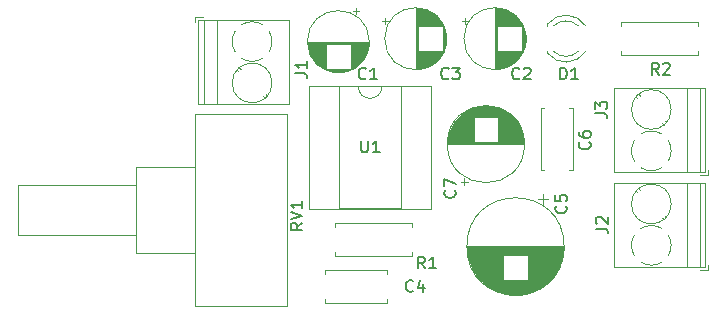
<source format=gbr>
%TF.GenerationSoftware,KiCad,Pcbnew,8.0.4*%
%TF.CreationDate,2024-08-29T23:22:00+05:30*%
%TF.ProjectId,LM386 Amp,4c4d3338-3620-4416-9d70-2e6b69636164,rev?*%
%TF.SameCoordinates,Original*%
%TF.FileFunction,Legend,Top*%
%TF.FilePolarity,Positive*%
%FSLAX46Y46*%
G04 Gerber Fmt 4.6, Leading zero omitted, Abs format (unit mm)*
G04 Created by KiCad (PCBNEW 8.0.4) date 2024-08-29 23:22:00*
%MOMM*%
%LPD*%
G01*
G04 APERTURE LIST*
%ADD10C,0.150000*%
%ADD11C,0.120000*%
G04 APERTURE END LIST*
D10*
X159454819Y-142595238D02*
X158978628Y-142928571D01*
X159454819Y-143166666D02*
X158454819Y-143166666D01*
X158454819Y-143166666D02*
X158454819Y-142785714D01*
X158454819Y-142785714D02*
X158502438Y-142690476D01*
X158502438Y-142690476D02*
X158550057Y-142642857D01*
X158550057Y-142642857D02*
X158645295Y-142595238D01*
X158645295Y-142595238D02*
X158788152Y-142595238D01*
X158788152Y-142595238D02*
X158883390Y-142642857D01*
X158883390Y-142642857D02*
X158931009Y-142690476D01*
X158931009Y-142690476D02*
X158978628Y-142785714D01*
X158978628Y-142785714D02*
X158978628Y-143166666D01*
X158454819Y-142309523D02*
X159454819Y-141976190D01*
X159454819Y-141976190D02*
X158454819Y-141642857D01*
X159454819Y-140785714D02*
X159454819Y-141357142D01*
X159454819Y-141071428D02*
X158454819Y-141071428D01*
X158454819Y-141071428D02*
X158597676Y-141166666D01*
X158597676Y-141166666D02*
X158692914Y-141261904D01*
X158692914Y-141261904D02*
X158740533Y-141357142D01*
X181261905Y-130454819D02*
X181261905Y-129454819D01*
X181261905Y-129454819D02*
X181500000Y-129454819D01*
X181500000Y-129454819D02*
X181642857Y-129502438D01*
X181642857Y-129502438D02*
X181738095Y-129597676D01*
X181738095Y-129597676D02*
X181785714Y-129692914D01*
X181785714Y-129692914D02*
X181833333Y-129883390D01*
X181833333Y-129883390D02*
X181833333Y-130026247D01*
X181833333Y-130026247D02*
X181785714Y-130216723D01*
X181785714Y-130216723D02*
X181738095Y-130311961D01*
X181738095Y-130311961D02*
X181642857Y-130407200D01*
X181642857Y-130407200D02*
X181500000Y-130454819D01*
X181500000Y-130454819D02*
X181261905Y-130454819D01*
X182785714Y-130454819D02*
X182214286Y-130454819D01*
X182500000Y-130454819D02*
X182500000Y-129454819D01*
X182500000Y-129454819D02*
X182404762Y-129597676D01*
X182404762Y-129597676D02*
X182309524Y-129692914D01*
X182309524Y-129692914D02*
X182214286Y-129740533D01*
X177833333Y-130359580D02*
X177785714Y-130407200D01*
X177785714Y-130407200D02*
X177642857Y-130454819D01*
X177642857Y-130454819D02*
X177547619Y-130454819D01*
X177547619Y-130454819D02*
X177404762Y-130407200D01*
X177404762Y-130407200D02*
X177309524Y-130311961D01*
X177309524Y-130311961D02*
X177261905Y-130216723D01*
X177261905Y-130216723D02*
X177214286Y-130026247D01*
X177214286Y-130026247D02*
X177214286Y-129883390D01*
X177214286Y-129883390D02*
X177261905Y-129692914D01*
X177261905Y-129692914D02*
X177309524Y-129597676D01*
X177309524Y-129597676D02*
X177404762Y-129502438D01*
X177404762Y-129502438D02*
X177547619Y-129454819D01*
X177547619Y-129454819D02*
X177642857Y-129454819D01*
X177642857Y-129454819D02*
X177785714Y-129502438D01*
X177785714Y-129502438D02*
X177833333Y-129550057D01*
X178214286Y-129550057D02*
X178261905Y-129502438D01*
X178261905Y-129502438D02*
X178357143Y-129454819D01*
X178357143Y-129454819D02*
X178595238Y-129454819D01*
X178595238Y-129454819D02*
X178690476Y-129502438D01*
X178690476Y-129502438D02*
X178738095Y-129550057D01*
X178738095Y-129550057D02*
X178785714Y-129645295D01*
X178785714Y-129645295D02*
X178785714Y-129740533D01*
X178785714Y-129740533D02*
X178738095Y-129883390D01*
X178738095Y-129883390D02*
X178166667Y-130454819D01*
X178166667Y-130454819D02*
X178785714Y-130454819D01*
X158854819Y-129933333D02*
X159569104Y-129933333D01*
X159569104Y-129933333D02*
X159711961Y-129980952D01*
X159711961Y-129980952D02*
X159807200Y-130076190D01*
X159807200Y-130076190D02*
X159854819Y-130219047D01*
X159854819Y-130219047D02*
X159854819Y-130314285D01*
X159854819Y-128933333D02*
X159854819Y-129504761D01*
X159854819Y-129219047D02*
X158854819Y-129219047D01*
X158854819Y-129219047D02*
X158997676Y-129314285D01*
X158997676Y-129314285D02*
X159092914Y-129409523D01*
X159092914Y-129409523D02*
X159140533Y-129504761D01*
X184254819Y-133333333D02*
X184969104Y-133333333D01*
X184969104Y-133333333D02*
X185111961Y-133380952D01*
X185111961Y-133380952D02*
X185207200Y-133476190D01*
X185207200Y-133476190D02*
X185254819Y-133619047D01*
X185254819Y-133619047D02*
X185254819Y-133714285D01*
X184254819Y-132952380D02*
X184254819Y-132333333D01*
X184254819Y-132333333D02*
X184635771Y-132666666D01*
X184635771Y-132666666D02*
X184635771Y-132523809D01*
X184635771Y-132523809D02*
X184683390Y-132428571D01*
X184683390Y-132428571D02*
X184731009Y-132380952D01*
X184731009Y-132380952D02*
X184826247Y-132333333D01*
X184826247Y-132333333D02*
X185064342Y-132333333D01*
X185064342Y-132333333D02*
X185159580Y-132380952D01*
X185159580Y-132380952D02*
X185207200Y-132428571D01*
X185207200Y-132428571D02*
X185254819Y-132523809D01*
X185254819Y-132523809D02*
X185254819Y-132809523D01*
X185254819Y-132809523D02*
X185207200Y-132904761D01*
X185207200Y-132904761D02*
X185159580Y-132952380D01*
X164418095Y-135634819D02*
X164418095Y-136444342D01*
X164418095Y-136444342D02*
X164465714Y-136539580D01*
X164465714Y-136539580D02*
X164513333Y-136587200D01*
X164513333Y-136587200D02*
X164608571Y-136634819D01*
X164608571Y-136634819D02*
X164799047Y-136634819D01*
X164799047Y-136634819D02*
X164894285Y-136587200D01*
X164894285Y-136587200D02*
X164941904Y-136539580D01*
X164941904Y-136539580D02*
X164989523Y-136444342D01*
X164989523Y-136444342D02*
X164989523Y-135634819D01*
X165989523Y-136634819D02*
X165418095Y-136634819D01*
X165703809Y-136634819D02*
X165703809Y-135634819D01*
X165703809Y-135634819D02*
X165608571Y-135777676D01*
X165608571Y-135777676D02*
X165513333Y-135872914D01*
X165513333Y-135872914D02*
X165418095Y-135920533D01*
X184294819Y-143083333D02*
X185009104Y-143083333D01*
X185009104Y-143083333D02*
X185151961Y-143130952D01*
X185151961Y-143130952D02*
X185247200Y-143226190D01*
X185247200Y-143226190D02*
X185294819Y-143369047D01*
X185294819Y-143369047D02*
X185294819Y-143464285D01*
X184390057Y-142654761D02*
X184342438Y-142607142D01*
X184342438Y-142607142D02*
X184294819Y-142511904D01*
X184294819Y-142511904D02*
X184294819Y-142273809D01*
X184294819Y-142273809D02*
X184342438Y-142178571D01*
X184342438Y-142178571D02*
X184390057Y-142130952D01*
X184390057Y-142130952D02*
X184485295Y-142083333D01*
X184485295Y-142083333D02*
X184580533Y-142083333D01*
X184580533Y-142083333D02*
X184723390Y-142130952D01*
X184723390Y-142130952D02*
X185294819Y-142702380D01*
X185294819Y-142702380D02*
X185294819Y-142083333D01*
X169833333Y-146454819D02*
X169500000Y-145978628D01*
X169261905Y-146454819D02*
X169261905Y-145454819D01*
X169261905Y-145454819D02*
X169642857Y-145454819D01*
X169642857Y-145454819D02*
X169738095Y-145502438D01*
X169738095Y-145502438D02*
X169785714Y-145550057D01*
X169785714Y-145550057D02*
X169833333Y-145645295D01*
X169833333Y-145645295D02*
X169833333Y-145788152D01*
X169833333Y-145788152D02*
X169785714Y-145883390D01*
X169785714Y-145883390D02*
X169738095Y-145931009D01*
X169738095Y-145931009D02*
X169642857Y-145978628D01*
X169642857Y-145978628D02*
X169261905Y-145978628D01*
X170785714Y-146454819D02*
X170214286Y-146454819D01*
X170500000Y-146454819D02*
X170500000Y-145454819D01*
X170500000Y-145454819D02*
X170404762Y-145597676D01*
X170404762Y-145597676D02*
X170309524Y-145692914D01*
X170309524Y-145692914D02*
X170214286Y-145740533D01*
X172359580Y-139849046D02*
X172407200Y-139896665D01*
X172407200Y-139896665D02*
X172454819Y-140039522D01*
X172454819Y-140039522D02*
X172454819Y-140134760D01*
X172454819Y-140134760D02*
X172407200Y-140277617D01*
X172407200Y-140277617D02*
X172311961Y-140372855D01*
X172311961Y-140372855D02*
X172216723Y-140420474D01*
X172216723Y-140420474D02*
X172026247Y-140468093D01*
X172026247Y-140468093D02*
X171883390Y-140468093D01*
X171883390Y-140468093D02*
X171692914Y-140420474D01*
X171692914Y-140420474D02*
X171597676Y-140372855D01*
X171597676Y-140372855D02*
X171502438Y-140277617D01*
X171502438Y-140277617D02*
X171454819Y-140134760D01*
X171454819Y-140134760D02*
X171454819Y-140039522D01*
X171454819Y-140039522D02*
X171502438Y-139896665D01*
X171502438Y-139896665D02*
X171550057Y-139849046D01*
X171454819Y-139515712D02*
X171454819Y-138849046D01*
X171454819Y-138849046D02*
X172454819Y-139277617D01*
X168833333Y-148359580D02*
X168785714Y-148407200D01*
X168785714Y-148407200D02*
X168642857Y-148454819D01*
X168642857Y-148454819D02*
X168547619Y-148454819D01*
X168547619Y-148454819D02*
X168404762Y-148407200D01*
X168404762Y-148407200D02*
X168309524Y-148311961D01*
X168309524Y-148311961D02*
X168261905Y-148216723D01*
X168261905Y-148216723D02*
X168214286Y-148026247D01*
X168214286Y-148026247D02*
X168214286Y-147883390D01*
X168214286Y-147883390D02*
X168261905Y-147692914D01*
X168261905Y-147692914D02*
X168309524Y-147597676D01*
X168309524Y-147597676D02*
X168404762Y-147502438D01*
X168404762Y-147502438D02*
X168547619Y-147454819D01*
X168547619Y-147454819D02*
X168642857Y-147454819D01*
X168642857Y-147454819D02*
X168785714Y-147502438D01*
X168785714Y-147502438D02*
X168833333Y-147550057D01*
X169690476Y-147788152D02*
X169690476Y-148454819D01*
X169452381Y-147407200D02*
X169214286Y-148121485D01*
X169214286Y-148121485D02*
X169833333Y-148121485D01*
X189633333Y-130054819D02*
X189300000Y-129578628D01*
X189061905Y-130054819D02*
X189061905Y-129054819D01*
X189061905Y-129054819D02*
X189442857Y-129054819D01*
X189442857Y-129054819D02*
X189538095Y-129102438D01*
X189538095Y-129102438D02*
X189585714Y-129150057D01*
X189585714Y-129150057D02*
X189633333Y-129245295D01*
X189633333Y-129245295D02*
X189633333Y-129388152D01*
X189633333Y-129388152D02*
X189585714Y-129483390D01*
X189585714Y-129483390D02*
X189538095Y-129531009D01*
X189538095Y-129531009D02*
X189442857Y-129578628D01*
X189442857Y-129578628D02*
X189061905Y-129578628D01*
X190014286Y-129150057D02*
X190061905Y-129102438D01*
X190061905Y-129102438D02*
X190157143Y-129054819D01*
X190157143Y-129054819D02*
X190395238Y-129054819D01*
X190395238Y-129054819D02*
X190490476Y-129102438D01*
X190490476Y-129102438D02*
X190538095Y-129150057D01*
X190538095Y-129150057D02*
X190585714Y-129245295D01*
X190585714Y-129245295D02*
X190585714Y-129340533D01*
X190585714Y-129340533D02*
X190538095Y-129483390D01*
X190538095Y-129483390D02*
X189966667Y-130054819D01*
X189966667Y-130054819D02*
X190585714Y-130054819D01*
X183759580Y-135766666D02*
X183807200Y-135814285D01*
X183807200Y-135814285D02*
X183854819Y-135957142D01*
X183854819Y-135957142D02*
X183854819Y-136052380D01*
X183854819Y-136052380D02*
X183807200Y-136195237D01*
X183807200Y-136195237D02*
X183711961Y-136290475D01*
X183711961Y-136290475D02*
X183616723Y-136338094D01*
X183616723Y-136338094D02*
X183426247Y-136385713D01*
X183426247Y-136385713D02*
X183283390Y-136385713D01*
X183283390Y-136385713D02*
X183092914Y-136338094D01*
X183092914Y-136338094D02*
X182997676Y-136290475D01*
X182997676Y-136290475D02*
X182902438Y-136195237D01*
X182902438Y-136195237D02*
X182854819Y-136052380D01*
X182854819Y-136052380D02*
X182854819Y-135957142D01*
X182854819Y-135957142D02*
X182902438Y-135814285D01*
X182902438Y-135814285D02*
X182950057Y-135766666D01*
X182854819Y-134909523D02*
X182854819Y-135099999D01*
X182854819Y-135099999D02*
X182902438Y-135195237D01*
X182902438Y-135195237D02*
X182950057Y-135242856D01*
X182950057Y-135242856D02*
X183092914Y-135338094D01*
X183092914Y-135338094D02*
X183283390Y-135385713D01*
X183283390Y-135385713D02*
X183664342Y-135385713D01*
X183664342Y-135385713D02*
X183759580Y-135338094D01*
X183759580Y-135338094D02*
X183807200Y-135290475D01*
X183807200Y-135290475D02*
X183854819Y-135195237D01*
X183854819Y-135195237D02*
X183854819Y-135004761D01*
X183854819Y-135004761D02*
X183807200Y-134909523D01*
X183807200Y-134909523D02*
X183759580Y-134861904D01*
X183759580Y-134861904D02*
X183664342Y-134814285D01*
X183664342Y-134814285D02*
X183426247Y-134814285D01*
X183426247Y-134814285D02*
X183331009Y-134861904D01*
X183331009Y-134861904D02*
X183283390Y-134909523D01*
X183283390Y-134909523D02*
X183235771Y-135004761D01*
X183235771Y-135004761D02*
X183235771Y-135195237D01*
X183235771Y-135195237D02*
X183283390Y-135290475D01*
X183283390Y-135290475D02*
X183331009Y-135338094D01*
X183331009Y-135338094D02*
X183426247Y-135385713D01*
X164833333Y-130359580D02*
X164785714Y-130407200D01*
X164785714Y-130407200D02*
X164642857Y-130454819D01*
X164642857Y-130454819D02*
X164547619Y-130454819D01*
X164547619Y-130454819D02*
X164404762Y-130407200D01*
X164404762Y-130407200D02*
X164309524Y-130311961D01*
X164309524Y-130311961D02*
X164261905Y-130216723D01*
X164261905Y-130216723D02*
X164214286Y-130026247D01*
X164214286Y-130026247D02*
X164214286Y-129883390D01*
X164214286Y-129883390D02*
X164261905Y-129692914D01*
X164261905Y-129692914D02*
X164309524Y-129597676D01*
X164309524Y-129597676D02*
X164404762Y-129502438D01*
X164404762Y-129502438D02*
X164547619Y-129454819D01*
X164547619Y-129454819D02*
X164642857Y-129454819D01*
X164642857Y-129454819D02*
X164785714Y-129502438D01*
X164785714Y-129502438D02*
X164833333Y-129550057D01*
X165785714Y-130454819D02*
X165214286Y-130454819D01*
X165500000Y-130454819D02*
X165500000Y-129454819D01*
X165500000Y-129454819D02*
X165404762Y-129597676D01*
X165404762Y-129597676D02*
X165309524Y-129692914D01*
X165309524Y-129692914D02*
X165214286Y-129740533D01*
X171833333Y-130359580D02*
X171785714Y-130407200D01*
X171785714Y-130407200D02*
X171642857Y-130454819D01*
X171642857Y-130454819D02*
X171547619Y-130454819D01*
X171547619Y-130454819D02*
X171404762Y-130407200D01*
X171404762Y-130407200D02*
X171309524Y-130311961D01*
X171309524Y-130311961D02*
X171261905Y-130216723D01*
X171261905Y-130216723D02*
X171214286Y-130026247D01*
X171214286Y-130026247D02*
X171214286Y-129883390D01*
X171214286Y-129883390D02*
X171261905Y-129692914D01*
X171261905Y-129692914D02*
X171309524Y-129597676D01*
X171309524Y-129597676D02*
X171404762Y-129502438D01*
X171404762Y-129502438D02*
X171547619Y-129454819D01*
X171547619Y-129454819D02*
X171642857Y-129454819D01*
X171642857Y-129454819D02*
X171785714Y-129502438D01*
X171785714Y-129502438D02*
X171833333Y-129550057D01*
X172166667Y-129454819D02*
X172785714Y-129454819D01*
X172785714Y-129454819D02*
X172452381Y-129835771D01*
X172452381Y-129835771D02*
X172595238Y-129835771D01*
X172595238Y-129835771D02*
X172690476Y-129883390D01*
X172690476Y-129883390D02*
X172738095Y-129931009D01*
X172738095Y-129931009D02*
X172785714Y-130026247D01*
X172785714Y-130026247D02*
X172785714Y-130264342D01*
X172785714Y-130264342D02*
X172738095Y-130359580D01*
X172738095Y-130359580D02*
X172690476Y-130407200D01*
X172690476Y-130407200D02*
X172595238Y-130454819D01*
X172595238Y-130454819D02*
X172309524Y-130454819D01*
X172309524Y-130454819D02*
X172214286Y-130407200D01*
X172214286Y-130407200D02*
X172166667Y-130359580D01*
X181759580Y-141166666D02*
X181807200Y-141214285D01*
X181807200Y-141214285D02*
X181854819Y-141357142D01*
X181854819Y-141357142D02*
X181854819Y-141452380D01*
X181854819Y-141452380D02*
X181807200Y-141595237D01*
X181807200Y-141595237D02*
X181711961Y-141690475D01*
X181711961Y-141690475D02*
X181616723Y-141738094D01*
X181616723Y-141738094D02*
X181426247Y-141785713D01*
X181426247Y-141785713D02*
X181283390Y-141785713D01*
X181283390Y-141785713D02*
X181092914Y-141738094D01*
X181092914Y-141738094D02*
X180997676Y-141690475D01*
X180997676Y-141690475D02*
X180902438Y-141595237D01*
X180902438Y-141595237D02*
X180854819Y-141452380D01*
X180854819Y-141452380D02*
X180854819Y-141357142D01*
X180854819Y-141357142D02*
X180902438Y-141214285D01*
X180902438Y-141214285D02*
X180950057Y-141166666D01*
X180854819Y-140261904D02*
X180854819Y-140738094D01*
X180854819Y-140738094D02*
X181331009Y-140785713D01*
X181331009Y-140785713D02*
X181283390Y-140738094D01*
X181283390Y-140738094D02*
X181235771Y-140642856D01*
X181235771Y-140642856D02*
X181235771Y-140404761D01*
X181235771Y-140404761D02*
X181283390Y-140309523D01*
X181283390Y-140309523D02*
X181331009Y-140261904D01*
X181331009Y-140261904D02*
X181426247Y-140214285D01*
X181426247Y-140214285D02*
X181664342Y-140214285D01*
X181664342Y-140214285D02*
X181759580Y-140261904D01*
X181759580Y-140261904D02*
X181807200Y-140309523D01*
X181807200Y-140309523D02*
X181854819Y-140404761D01*
X181854819Y-140404761D02*
X181854819Y-140642856D01*
X181854819Y-140642856D02*
X181807200Y-140738094D01*
X181807200Y-140738094D02*
X181759580Y-140785713D01*
D11*
%TO.C,RV1*%
X158120000Y-149620000D02*
X158120000Y-133380000D01*
X158120000Y-149620000D02*
X150380000Y-149620000D01*
X158120000Y-133380000D02*
X150380000Y-133380000D01*
X150380000Y-149620000D02*
X150380000Y-133380000D01*
X150380000Y-145120000D02*
X150380000Y-137880000D01*
X150380000Y-145120000D02*
X145380000Y-145120000D01*
X150380000Y-137880000D02*
X145380000Y-137880000D01*
X145380000Y-145120000D02*
X145380000Y-137880000D01*
X145380000Y-143620000D02*
X145380000Y-139380000D01*
X145380000Y-143620000D02*
X135380000Y-143620000D01*
X145380000Y-139380000D02*
X135380000Y-139380000D01*
X135380000Y-143620000D02*
X135380000Y-139380000D01*
%TO.C,D1*%
X180210000Y-125764000D02*
X180210000Y-125920000D01*
X180210000Y-128080000D02*
X180210000Y-128236000D01*
X180210000Y-125764484D02*
G75*
G02*
X183442335Y-125921392I1560000J-1235516D01*
G01*
X180729039Y-125920000D02*
G75*
G02*
X182811130Y-125920163I1040961J-1080000D01*
G01*
X182811130Y-128079837D02*
G75*
G02*
X180729039Y-128080000I-1041130J1079837D01*
G01*
X183442335Y-128078608D02*
G75*
G02*
X180210000Y-128235516I-1672335J1078608D01*
G01*
%TO.C,C2*%
X172945225Y-125525000D02*
X173445225Y-125525000D01*
X173195225Y-125275000D02*
X173195225Y-125775000D01*
X175750000Y-124420000D02*
X175750000Y-129580000D01*
X175790000Y-124420000D02*
X175790000Y-129580000D01*
X175830000Y-124421000D02*
X175830000Y-129579000D01*
X175870000Y-124422000D02*
X175870000Y-129578000D01*
X175910000Y-124424000D02*
X175910000Y-129576000D01*
X175950000Y-124427000D02*
X175950000Y-129573000D01*
X175990000Y-124431000D02*
X175990000Y-125960000D01*
X175990000Y-128040000D02*
X175990000Y-129569000D01*
X176030000Y-124435000D02*
X176030000Y-125960000D01*
X176030000Y-128040000D02*
X176030000Y-129565000D01*
X176070000Y-124439000D02*
X176070000Y-125960000D01*
X176070000Y-128040000D02*
X176070000Y-129561000D01*
X176110000Y-124444000D02*
X176110000Y-125960000D01*
X176110000Y-128040000D02*
X176110000Y-129556000D01*
X176150000Y-124450000D02*
X176150000Y-125960000D01*
X176150000Y-128040000D02*
X176150000Y-129550000D01*
X176190000Y-124457000D02*
X176190000Y-125960000D01*
X176190000Y-128040000D02*
X176190000Y-129543000D01*
X176230000Y-124464000D02*
X176230000Y-125960000D01*
X176230000Y-128040000D02*
X176230000Y-129536000D01*
X176270000Y-124472000D02*
X176270000Y-125960000D01*
X176270000Y-128040000D02*
X176270000Y-129528000D01*
X176310000Y-124480000D02*
X176310000Y-125960000D01*
X176310000Y-128040000D02*
X176310000Y-129520000D01*
X176350000Y-124489000D02*
X176350000Y-125960000D01*
X176350000Y-128040000D02*
X176350000Y-129511000D01*
X176390000Y-124499000D02*
X176390000Y-125960000D01*
X176390000Y-128040000D02*
X176390000Y-129501000D01*
X176430000Y-124509000D02*
X176430000Y-125960000D01*
X176430000Y-128040000D02*
X176430000Y-129491000D01*
X176471000Y-124520000D02*
X176471000Y-125960000D01*
X176471000Y-128040000D02*
X176471000Y-129480000D01*
X176511000Y-124532000D02*
X176511000Y-125960000D01*
X176511000Y-128040000D02*
X176511000Y-129468000D01*
X176551000Y-124545000D02*
X176551000Y-125960000D01*
X176551000Y-128040000D02*
X176551000Y-129455000D01*
X176591000Y-124558000D02*
X176591000Y-125960000D01*
X176591000Y-128040000D02*
X176591000Y-129442000D01*
X176631000Y-124572000D02*
X176631000Y-125960000D01*
X176631000Y-128040000D02*
X176631000Y-129428000D01*
X176671000Y-124586000D02*
X176671000Y-125960000D01*
X176671000Y-128040000D02*
X176671000Y-129414000D01*
X176711000Y-124602000D02*
X176711000Y-125960000D01*
X176711000Y-128040000D02*
X176711000Y-129398000D01*
X176751000Y-124618000D02*
X176751000Y-125960000D01*
X176751000Y-128040000D02*
X176751000Y-129382000D01*
X176791000Y-124635000D02*
X176791000Y-125960000D01*
X176791000Y-128040000D02*
X176791000Y-129365000D01*
X176831000Y-124652000D02*
X176831000Y-125960000D01*
X176831000Y-128040000D02*
X176831000Y-129348000D01*
X176871000Y-124671000D02*
X176871000Y-125960000D01*
X176871000Y-128040000D02*
X176871000Y-129329000D01*
X176911000Y-124690000D02*
X176911000Y-125960000D01*
X176911000Y-128040000D02*
X176911000Y-129310000D01*
X176951000Y-124710000D02*
X176951000Y-125960000D01*
X176951000Y-128040000D02*
X176951000Y-129290000D01*
X176991000Y-124732000D02*
X176991000Y-125960000D01*
X176991000Y-128040000D02*
X176991000Y-129268000D01*
X177031000Y-124753000D02*
X177031000Y-125960000D01*
X177031000Y-128040000D02*
X177031000Y-129247000D01*
X177071000Y-124776000D02*
X177071000Y-125960000D01*
X177071000Y-128040000D02*
X177071000Y-129224000D01*
X177111000Y-124800000D02*
X177111000Y-125960000D01*
X177111000Y-128040000D02*
X177111000Y-129200000D01*
X177151000Y-124825000D02*
X177151000Y-125960000D01*
X177151000Y-128040000D02*
X177151000Y-129175000D01*
X177191000Y-124851000D02*
X177191000Y-125960000D01*
X177191000Y-128040000D02*
X177191000Y-129149000D01*
X177231000Y-124878000D02*
X177231000Y-125960000D01*
X177231000Y-128040000D02*
X177231000Y-129122000D01*
X177271000Y-124905000D02*
X177271000Y-125960000D01*
X177271000Y-128040000D02*
X177271000Y-129095000D01*
X177311000Y-124935000D02*
X177311000Y-125960000D01*
X177311000Y-128040000D02*
X177311000Y-129065000D01*
X177351000Y-124965000D02*
X177351000Y-125960000D01*
X177351000Y-128040000D02*
X177351000Y-129035000D01*
X177391000Y-124996000D02*
X177391000Y-125960000D01*
X177391000Y-128040000D02*
X177391000Y-129004000D01*
X177431000Y-125029000D02*
X177431000Y-125960000D01*
X177431000Y-128040000D02*
X177431000Y-128971000D01*
X177471000Y-125063000D02*
X177471000Y-125960000D01*
X177471000Y-128040000D02*
X177471000Y-128937000D01*
X177511000Y-125099000D02*
X177511000Y-125960000D01*
X177511000Y-128040000D02*
X177511000Y-128901000D01*
X177551000Y-125136000D02*
X177551000Y-125960000D01*
X177551000Y-128040000D02*
X177551000Y-128864000D01*
X177591000Y-125174000D02*
X177591000Y-125960000D01*
X177591000Y-128040000D02*
X177591000Y-128826000D01*
X177631000Y-125215000D02*
X177631000Y-125960000D01*
X177631000Y-128040000D02*
X177631000Y-128785000D01*
X177671000Y-125257000D02*
X177671000Y-125960000D01*
X177671000Y-128040000D02*
X177671000Y-128743000D01*
X177711000Y-125301000D02*
X177711000Y-125960000D01*
X177711000Y-128040000D02*
X177711000Y-128699000D01*
X177751000Y-125347000D02*
X177751000Y-125960000D01*
X177751000Y-128040000D02*
X177751000Y-128653000D01*
X177791000Y-125395000D02*
X177791000Y-125960000D01*
X177791000Y-128040000D02*
X177791000Y-128605000D01*
X177831000Y-125446000D02*
X177831000Y-125960000D01*
X177831000Y-128040000D02*
X177831000Y-128554000D01*
X177871000Y-125500000D02*
X177871000Y-125960000D01*
X177871000Y-128040000D02*
X177871000Y-128500000D01*
X177911000Y-125557000D02*
X177911000Y-125960000D01*
X177911000Y-128040000D02*
X177911000Y-128443000D01*
X177951000Y-125617000D02*
X177951000Y-125960000D01*
X177951000Y-128040000D02*
X177951000Y-128383000D01*
X177991000Y-125681000D02*
X177991000Y-125960000D01*
X177991000Y-128040000D02*
X177991000Y-128319000D01*
X178031000Y-125749000D02*
X178031000Y-125960000D01*
X178031000Y-128040000D02*
X178031000Y-128251000D01*
X178071000Y-125822000D02*
X178071000Y-128178000D01*
X178111000Y-125902000D02*
X178111000Y-128098000D01*
X178151000Y-125989000D02*
X178151000Y-128011000D01*
X178191000Y-126085000D02*
X178191000Y-127915000D01*
X178231000Y-126195000D02*
X178231000Y-127805000D01*
X178271000Y-126323000D02*
X178271000Y-127677000D01*
X178311000Y-126482000D02*
X178311000Y-127518000D01*
X178351000Y-126716000D02*
X178351000Y-127284000D01*
X178370000Y-127000000D02*
G75*
G02*
X173130000Y-127000000I-2620000J0D01*
G01*
X173130000Y-127000000D02*
G75*
G02*
X178370000Y-127000000I2620000J0D01*
G01*
%TO.C,J1*%
X150400000Y-125200000D02*
X150400000Y-125600000D01*
X150640000Y-125440000D02*
X150640000Y-132560000D01*
X151040000Y-125200000D02*
X150400000Y-125200000D01*
X151100000Y-125440000D02*
X151100000Y-132560000D01*
X152200000Y-125440000D02*
X152200000Y-132560000D01*
X154019000Y-129775000D02*
X153926000Y-129681000D01*
X154259000Y-129605000D02*
X154131000Y-129476000D01*
X156269000Y-132025000D02*
X156141000Y-131896000D01*
X156475000Y-131820000D02*
X156381000Y-131726000D01*
X158360000Y-125440000D02*
X150640000Y-125440000D01*
X158360000Y-125440000D02*
X158360000Y-132560000D01*
X158360000Y-132560000D02*
X150640000Y-132560000D01*
X153519901Y-127278674D02*
G75*
G02*
X153760000Y-126384000I1680113J28671D01*
G01*
X153775279Y-128140264D02*
G75*
G02*
X153520000Y-127250000I1424711J890261D01*
G01*
X154310106Y-125824642D02*
G75*
G02*
X156066000Y-125810000I889894J-1425356D01*
G01*
X156090193Y-128675504D02*
G75*
G02*
X154309000Y-128675000I-890193J1425507D01*
G01*
X156625358Y-126360106D02*
G75*
G02*
X156640000Y-128116000I-1425356J-889894D01*
G01*
X156880000Y-130750000D02*
G75*
G02*
X153520000Y-130750000I-1680000J0D01*
G01*
X153520000Y-130750000D02*
G75*
G02*
X156880000Y-130750000I1680000J0D01*
G01*
%TO.C,J3*%
X185840000Y-131190000D02*
X193560000Y-131190000D01*
X185840000Y-138310000D02*
X185840000Y-131190000D01*
X185840000Y-138310000D02*
X193560000Y-138310000D01*
X187725000Y-131930000D02*
X187819000Y-132024000D01*
X187931000Y-131725000D02*
X188059000Y-131854000D01*
X189941000Y-134145000D02*
X190069000Y-134274000D01*
X190181000Y-133975000D02*
X190274000Y-134069000D01*
X192000000Y-138310000D02*
X192000000Y-131190000D01*
X193100000Y-138310000D02*
X193100000Y-131190000D01*
X193160000Y-138550000D02*
X193800000Y-138550000D01*
X193560000Y-138310000D02*
X193560000Y-131190000D01*
X193800000Y-138550000D02*
X193800000Y-138150000D01*
X187574642Y-137389894D02*
G75*
G02*
X187560000Y-135634000I1425356J889894D01*
G01*
X188109807Y-135074496D02*
G75*
G02*
X189891000Y-135075000I890193J-1425507D01*
G01*
X189889894Y-137925358D02*
G75*
G02*
X188134000Y-137940000I-889894J1425356D01*
G01*
X190424721Y-135609736D02*
G75*
G02*
X190680000Y-136500000I-1424711J-890261D01*
G01*
X190680099Y-136471326D02*
G75*
G02*
X190440000Y-137366000I-1680113J-28671D01*
G01*
X190680000Y-133000000D02*
G75*
G02*
X187320000Y-133000000I-1680000J0D01*
G01*
X187320000Y-133000000D02*
G75*
G02*
X190680000Y-133000000I1680000J0D01*
G01*
%TO.C,U1*%
X160050000Y-130990000D02*
X160050000Y-141390000D01*
X160050000Y-141390000D02*
X170330000Y-141390000D01*
X162540000Y-131050000D02*
X162540000Y-141330000D01*
X162540000Y-141330000D02*
X167840000Y-141330000D01*
X164190000Y-131050000D02*
X162540000Y-131050000D01*
X167840000Y-131050000D02*
X166190000Y-131050000D01*
X167840000Y-141330000D02*
X167840000Y-131050000D01*
X170330000Y-130990000D02*
X160050000Y-130990000D01*
X170330000Y-141390000D02*
X170330000Y-130990000D01*
X166190000Y-131050000D02*
G75*
G02*
X164190000Y-131050000I-1000000J0D01*
G01*
%TO.C,J2*%
X185840000Y-139190000D02*
X193560000Y-139190000D01*
X185840000Y-146310000D02*
X185840000Y-139190000D01*
X185840000Y-146310000D02*
X193560000Y-146310000D01*
X187725000Y-139930000D02*
X187819000Y-140024000D01*
X187931000Y-139725000D02*
X188059000Y-139854000D01*
X189941000Y-142145000D02*
X190069000Y-142274000D01*
X190181000Y-141975000D02*
X190274000Y-142069000D01*
X192000000Y-146310000D02*
X192000000Y-139190000D01*
X193100000Y-146310000D02*
X193100000Y-139190000D01*
X193160000Y-146550000D02*
X193800000Y-146550000D01*
X193560000Y-146310000D02*
X193560000Y-139190000D01*
X193800000Y-146550000D02*
X193800000Y-146150000D01*
X187574642Y-145389894D02*
G75*
G02*
X187560000Y-143634000I1425356J889894D01*
G01*
X188109807Y-143074496D02*
G75*
G02*
X189891000Y-143075000I890193J-1425507D01*
G01*
X189889894Y-145925358D02*
G75*
G02*
X188134000Y-145940000I-889894J1425356D01*
G01*
X190424721Y-143609736D02*
G75*
G02*
X190680000Y-144500000I-1424711J-890261D01*
G01*
X190680099Y-144471326D02*
G75*
G02*
X190440000Y-145366000I-1680113J-28671D01*
G01*
X190680000Y-141000000D02*
G75*
G02*
X187320000Y-141000000I-1680000J0D01*
G01*
X187320000Y-141000000D02*
G75*
G02*
X190680000Y-141000000I1680000J0D01*
G01*
%TO.C,R1*%
X162230000Y-142630000D02*
X162230000Y-142960000D01*
X162230000Y-145370000D02*
X162230000Y-145040000D01*
X168770000Y-142630000D02*
X162230000Y-142630000D01*
X168770000Y-142960000D02*
X168770000Y-142630000D01*
X168770000Y-145040000D02*
X168770000Y-145370000D01*
X168770000Y-145370000D02*
X162230000Y-145370000D01*
%TO.C,C7*%
X171770000Y-135852380D02*
X178230000Y-135852380D01*
X171770000Y-135892380D02*
X178230000Y-135892380D01*
X171770000Y-135932380D02*
X178230000Y-135932380D01*
X171772000Y-135812380D02*
X178228000Y-135812380D01*
X171773000Y-135772380D02*
X178227000Y-135772380D01*
X171776000Y-135732380D02*
X178224000Y-135732380D01*
X171778000Y-135692380D02*
X173960000Y-135692380D01*
X171782000Y-135652380D02*
X173960000Y-135652380D01*
X171785000Y-135612380D02*
X173960000Y-135612380D01*
X171789000Y-135572380D02*
X173960000Y-135572380D01*
X171794000Y-135532380D02*
X173960000Y-135532380D01*
X171799000Y-135492380D02*
X173960000Y-135492380D01*
X171805000Y-135452380D02*
X173960000Y-135452380D01*
X171811000Y-135412380D02*
X173960000Y-135412380D01*
X171818000Y-135372380D02*
X173960000Y-135372380D01*
X171825000Y-135332380D02*
X173960000Y-135332380D01*
X171833000Y-135292380D02*
X173960000Y-135292380D01*
X171841000Y-135252380D02*
X173960000Y-135252380D01*
X171850000Y-135211380D02*
X173960000Y-135211380D01*
X171859000Y-135171380D02*
X173960000Y-135171380D01*
X171869000Y-135131380D02*
X173960000Y-135131380D01*
X171879000Y-135091380D02*
X173960000Y-135091380D01*
X171890000Y-135051380D02*
X173960000Y-135051380D01*
X171902000Y-135011380D02*
X173960000Y-135011380D01*
X171914000Y-134971380D02*
X173960000Y-134971380D01*
X171926000Y-134931380D02*
X173960000Y-134931380D01*
X171939000Y-134891380D02*
X173960000Y-134891380D01*
X171953000Y-134851380D02*
X173960000Y-134851380D01*
X171967000Y-134811380D02*
X173960000Y-134811380D01*
X171982000Y-134771380D02*
X173960000Y-134771380D01*
X171998000Y-134731380D02*
X173960000Y-134731380D01*
X172014000Y-134691380D02*
X173960000Y-134691380D01*
X172030000Y-134651380D02*
X173960000Y-134651380D01*
X172048000Y-134611380D02*
X173960000Y-134611380D01*
X172066000Y-134571380D02*
X173960000Y-134571380D01*
X172084000Y-134531380D02*
X173960000Y-134531380D01*
X172104000Y-134491380D02*
X173960000Y-134491380D01*
X172124000Y-134451380D02*
X173960000Y-134451380D01*
X172144000Y-134411380D02*
X173960000Y-134411380D01*
X172166000Y-134371380D02*
X173960000Y-134371380D01*
X172188000Y-134331380D02*
X173960000Y-134331380D01*
X172210000Y-134291380D02*
X173960000Y-134291380D01*
X172234000Y-134251380D02*
X173960000Y-134251380D01*
X172258000Y-134211380D02*
X173960000Y-134211380D01*
X172284000Y-134171380D02*
X173960000Y-134171380D01*
X172310000Y-134131380D02*
X173960000Y-134131380D01*
X172336000Y-134091380D02*
X173960000Y-134091380D01*
X172364000Y-134051380D02*
X173960000Y-134051380D01*
X172393000Y-134011380D02*
X173960000Y-134011380D01*
X172422000Y-133971380D02*
X173960000Y-133971380D01*
X172452000Y-133931380D02*
X173960000Y-133931380D01*
X172484000Y-133891380D02*
X173960000Y-133891380D01*
X172516000Y-133851380D02*
X173960000Y-133851380D01*
X172550000Y-133811380D02*
X173960000Y-133811380D01*
X172584000Y-133771380D02*
X173960000Y-133771380D01*
X172620000Y-133731380D02*
X173960000Y-133731380D01*
X172657000Y-133691380D02*
X173960000Y-133691380D01*
X172695000Y-133651380D02*
X173960000Y-133651380D01*
X172735000Y-133611380D02*
X177265000Y-133611380D01*
X172776000Y-133571380D02*
X177224000Y-133571380D01*
X172818000Y-133531380D02*
X177182000Y-133531380D01*
X172846000Y-139117621D02*
X173476000Y-139117621D01*
X172863000Y-133491380D02*
X177137000Y-133491380D01*
X172908000Y-133451380D02*
X177092000Y-133451380D01*
X172956000Y-133411380D02*
X177044000Y-133411380D01*
X173005000Y-133371380D02*
X176995000Y-133371380D01*
X173056000Y-133331380D02*
X176944000Y-133331380D01*
X173110000Y-133291380D02*
X176890000Y-133291380D01*
X173161000Y-139432621D02*
X173161000Y-138802621D01*
X173166000Y-133251380D02*
X176834000Y-133251380D01*
X173224000Y-133211380D02*
X176776000Y-133211380D01*
X173286000Y-133171380D02*
X176714000Y-133171380D01*
X173350000Y-133131380D02*
X176650000Y-133131380D01*
X173419000Y-133091380D02*
X176581000Y-133091380D01*
X173491000Y-133051380D02*
X176509000Y-133051380D01*
X173568000Y-133011380D02*
X176432000Y-133011380D01*
X173650000Y-132971380D02*
X176350000Y-132971380D01*
X173738000Y-132931380D02*
X176262000Y-132931380D01*
X173835000Y-132891380D02*
X176165000Y-132891380D01*
X173941000Y-132851380D02*
X176059000Y-132851380D01*
X174060000Y-132811380D02*
X175940000Y-132811380D01*
X174198000Y-132771380D02*
X175802000Y-132771380D01*
X174367000Y-132731380D02*
X175633000Y-132731380D01*
X174598000Y-132691380D02*
X175402000Y-132691380D01*
X176040000Y-133651380D02*
X177305000Y-133651380D01*
X176040000Y-133691380D02*
X177343000Y-133691380D01*
X176040000Y-133731380D02*
X177380000Y-133731380D01*
X176040000Y-133771380D02*
X177416000Y-133771380D01*
X176040000Y-133811380D02*
X177450000Y-133811380D01*
X176040000Y-133851380D02*
X177484000Y-133851380D01*
X176040000Y-133891380D02*
X177516000Y-133891380D01*
X176040000Y-133931380D02*
X177548000Y-133931380D01*
X176040000Y-133971380D02*
X177578000Y-133971380D01*
X176040000Y-134011380D02*
X177607000Y-134011380D01*
X176040000Y-134051380D02*
X177636000Y-134051380D01*
X176040000Y-134091380D02*
X177664000Y-134091380D01*
X176040000Y-134131380D02*
X177690000Y-134131380D01*
X176040000Y-134171380D02*
X177716000Y-134171380D01*
X176040000Y-134211380D02*
X177742000Y-134211380D01*
X176040000Y-134251380D02*
X177766000Y-134251380D01*
X176040000Y-134291380D02*
X177790000Y-134291380D01*
X176040000Y-134331380D02*
X177812000Y-134331380D01*
X176040000Y-134371380D02*
X177834000Y-134371380D01*
X176040000Y-134411380D02*
X177856000Y-134411380D01*
X176040000Y-134451380D02*
X177876000Y-134451380D01*
X176040000Y-134491380D02*
X177896000Y-134491380D01*
X176040000Y-134531380D02*
X177916000Y-134531380D01*
X176040000Y-134571380D02*
X177934000Y-134571380D01*
X176040000Y-134611380D02*
X177952000Y-134611380D01*
X176040000Y-134651380D02*
X177970000Y-134651380D01*
X176040000Y-134691380D02*
X177986000Y-134691380D01*
X176040000Y-134731380D02*
X178002000Y-134731380D01*
X176040000Y-134771380D02*
X178018000Y-134771380D01*
X176040000Y-134811380D02*
X178033000Y-134811380D01*
X176040000Y-134851380D02*
X178047000Y-134851380D01*
X176040000Y-134891380D02*
X178061000Y-134891380D01*
X176040000Y-134931380D02*
X178074000Y-134931380D01*
X176040000Y-134971380D02*
X178086000Y-134971380D01*
X176040000Y-135011380D02*
X178098000Y-135011380D01*
X176040000Y-135051380D02*
X178110000Y-135051380D01*
X176040000Y-135091380D02*
X178121000Y-135091380D01*
X176040000Y-135131380D02*
X178131000Y-135131380D01*
X176040000Y-135171380D02*
X178141000Y-135171380D01*
X176040000Y-135211380D02*
X178150000Y-135211380D01*
X176040000Y-135252380D02*
X178159000Y-135252380D01*
X176040000Y-135292380D02*
X178167000Y-135292380D01*
X176040000Y-135332380D02*
X178175000Y-135332380D01*
X176040000Y-135372380D02*
X178182000Y-135372380D01*
X176040000Y-135412380D02*
X178189000Y-135412380D01*
X176040000Y-135452380D02*
X178195000Y-135452380D01*
X176040000Y-135492380D02*
X178201000Y-135492380D01*
X176040000Y-135532380D02*
X178206000Y-135532380D01*
X176040000Y-135572380D02*
X178211000Y-135572380D01*
X176040000Y-135612380D02*
X178215000Y-135612380D01*
X176040000Y-135652380D02*
X178218000Y-135652380D01*
X176040000Y-135692380D02*
X178222000Y-135692380D01*
X178270000Y-135932380D02*
G75*
G02*
X171730000Y-135932380I-3270000J0D01*
G01*
X171730000Y-135932380D02*
G75*
G02*
X178270000Y-135932380I3270000J0D01*
G01*
%TO.C,C4*%
X161380000Y-146630000D02*
X161380000Y-146945000D01*
X161380000Y-146630000D02*
X166620000Y-146630000D01*
X161380000Y-149055000D02*
X161380000Y-149370000D01*
X161380000Y-149370000D02*
X166620000Y-149370000D01*
X166620000Y-146630000D02*
X166620000Y-146945000D01*
X166620000Y-149055000D02*
X166620000Y-149370000D01*
%TO.C,R2*%
X186420000Y-125630000D02*
X186420000Y-125960000D01*
X186420000Y-128370000D02*
X186420000Y-128040000D01*
X192960000Y-125630000D02*
X186420000Y-125630000D01*
X192960000Y-125960000D02*
X192960000Y-125630000D01*
X192960000Y-128040000D02*
X192960000Y-128370000D01*
X192960000Y-128370000D02*
X186420000Y-128370000D01*
%TO.C,C6*%
X179630000Y-132880000D02*
X179945000Y-132880000D01*
X179630000Y-138120000D02*
X179630000Y-132880000D01*
X179630000Y-138120000D02*
X179945000Y-138120000D01*
X182055000Y-132880000D02*
X182370000Y-132880000D01*
X182055000Y-138120000D02*
X182370000Y-138120000D01*
X182370000Y-138120000D02*
X182370000Y-132880000D01*
%TO.C,C1*%
X161460000Y-127490000D02*
X159931000Y-127490000D01*
X161460000Y-127530000D02*
X159935000Y-127530000D01*
X161460000Y-127570000D02*
X159939000Y-127570000D01*
X161460000Y-127610000D02*
X159944000Y-127610000D01*
X161460000Y-127650000D02*
X159950000Y-127650000D01*
X161460000Y-127690000D02*
X159957000Y-127690000D01*
X161460000Y-127730000D02*
X159964000Y-127730000D01*
X161460000Y-127770000D02*
X159972000Y-127770000D01*
X161460000Y-127810000D02*
X159980000Y-127810000D01*
X161460000Y-127850000D02*
X159989000Y-127850000D01*
X161460000Y-127890000D02*
X159999000Y-127890000D01*
X161460000Y-127930000D02*
X160009000Y-127930000D01*
X161460000Y-127971000D02*
X160020000Y-127971000D01*
X161460000Y-128011000D02*
X160032000Y-128011000D01*
X161460000Y-128051000D02*
X160045000Y-128051000D01*
X161460000Y-128091000D02*
X160058000Y-128091000D01*
X161460000Y-128131000D02*
X160072000Y-128131000D01*
X161460000Y-128171000D02*
X160086000Y-128171000D01*
X161460000Y-128211000D02*
X160102000Y-128211000D01*
X161460000Y-128251000D02*
X160118000Y-128251000D01*
X161460000Y-128291000D02*
X160135000Y-128291000D01*
X161460000Y-128331000D02*
X160152000Y-128331000D01*
X161460000Y-128371000D02*
X160171000Y-128371000D01*
X161460000Y-128411000D02*
X160190000Y-128411000D01*
X161460000Y-128451000D02*
X160210000Y-128451000D01*
X161460000Y-128491000D02*
X160232000Y-128491000D01*
X161460000Y-128531000D02*
X160253000Y-128531000D01*
X161460000Y-128571000D02*
X160276000Y-128571000D01*
X161460000Y-128611000D02*
X160300000Y-128611000D01*
X161460000Y-128651000D02*
X160325000Y-128651000D01*
X161460000Y-128691000D02*
X160351000Y-128691000D01*
X161460000Y-128731000D02*
X160378000Y-128731000D01*
X161460000Y-128771000D02*
X160405000Y-128771000D01*
X161460000Y-128811000D02*
X160435000Y-128811000D01*
X161460000Y-128851000D02*
X160465000Y-128851000D01*
X161460000Y-128891000D02*
X160496000Y-128891000D01*
X161460000Y-128931000D02*
X160529000Y-128931000D01*
X161460000Y-128971000D02*
X160563000Y-128971000D01*
X161460000Y-129011000D02*
X160599000Y-129011000D01*
X161460000Y-129051000D02*
X160636000Y-129051000D01*
X161460000Y-129091000D02*
X160674000Y-129091000D01*
X161460000Y-129131000D02*
X160715000Y-129131000D01*
X161460000Y-129171000D02*
X160757000Y-129171000D01*
X161460000Y-129211000D02*
X160801000Y-129211000D01*
X161460000Y-129251000D02*
X160847000Y-129251000D01*
X161460000Y-129291000D02*
X160895000Y-129291000D01*
X161460000Y-129331000D02*
X160946000Y-129331000D01*
X161460000Y-129371000D02*
X161000000Y-129371000D01*
X161460000Y-129411000D02*
X161057000Y-129411000D01*
X161460000Y-129451000D02*
X161117000Y-129451000D01*
X161460000Y-129491000D02*
X161181000Y-129491000D01*
X161460000Y-129531000D02*
X161249000Y-129531000D01*
X162784000Y-129851000D02*
X162216000Y-129851000D01*
X163018000Y-129811000D02*
X161982000Y-129811000D01*
X163177000Y-129771000D02*
X161823000Y-129771000D01*
X163305000Y-129731000D02*
X161695000Y-129731000D01*
X163415000Y-129691000D02*
X161585000Y-129691000D01*
X163511000Y-129651000D02*
X161489000Y-129651000D01*
X163598000Y-129611000D02*
X161402000Y-129611000D01*
X163678000Y-129571000D02*
X161322000Y-129571000D01*
X163751000Y-129531000D02*
X163540000Y-129531000D01*
X163819000Y-129491000D02*
X163540000Y-129491000D01*
X163883000Y-129451000D02*
X163540000Y-129451000D01*
X163943000Y-129411000D02*
X163540000Y-129411000D01*
X163975000Y-124445225D02*
X163975000Y-124945225D01*
X164000000Y-129371000D02*
X163540000Y-129371000D01*
X164054000Y-129331000D02*
X163540000Y-129331000D01*
X164105000Y-129291000D02*
X163540000Y-129291000D01*
X164153000Y-129251000D02*
X163540000Y-129251000D01*
X164199000Y-129211000D02*
X163540000Y-129211000D01*
X164225000Y-124695225D02*
X163725000Y-124695225D01*
X164243000Y-129171000D02*
X163540000Y-129171000D01*
X164285000Y-129131000D02*
X163540000Y-129131000D01*
X164326000Y-129091000D02*
X163540000Y-129091000D01*
X164364000Y-129051000D02*
X163540000Y-129051000D01*
X164401000Y-129011000D02*
X163540000Y-129011000D01*
X164437000Y-128971000D02*
X163540000Y-128971000D01*
X164471000Y-128931000D02*
X163540000Y-128931000D01*
X164504000Y-128891000D02*
X163540000Y-128891000D01*
X164535000Y-128851000D02*
X163540000Y-128851000D01*
X164565000Y-128811000D02*
X163540000Y-128811000D01*
X164595000Y-128771000D02*
X163540000Y-128771000D01*
X164622000Y-128731000D02*
X163540000Y-128731000D01*
X164649000Y-128691000D02*
X163540000Y-128691000D01*
X164675000Y-128651000D02*
X163540000Y-128651000D01*
X164700000Y-128611000D02*
X163540000Y-128611000D01*
X164724000Y-128571000D02*
X163540000Y-128571000D01*
X164747000Y-128531000D02*
X163540000Y-128531000D01*
X164768000Y-128491000D02*
X163540000Y-128491000D01*
X164790000Y-128451000D02*
X163540000Y-128451000D01*
X164810000Y-128411000D02*
X163540000Y-128411000D01*
X164829000Y-128371000D02*
X163540000Y-128371000D01*
X164848000Y-128331000D02*
X163540000Y-128331000D01*
X164865000Y-128291000D02*
X163540000Y-128291000D01*
X164882000Y-128251000D02*
X163540000Y-128251000D01*
X164898000Y-128211000D02*
X163540000Y-128211000D01*
X164914000Y-128171000D02*
X163540000Y-128171000D01*
X164928000Y-128131000D02*
X163540000Y-128131000D01*
X164942000Y-128091000D02*
X163540000Y-128091000D01*
X164955000Y-128051000D02*
X163540000Y-128051000D01*
X164968000Y-128011000D02*
X163540000Y-128011000D01*
X164980000Y-127971000D02*
X163540000Y-127971000D01*
X164991000Y-127930000D02*
X163540000Y-127930000D01*
X165001000Y-127890000D02*
X163540000Y-127890000D01*
X165011000Y-127850000D02*
X163540000Y-127850000D01*
X165020000Y-127810000D02*
X163540000Y-127810000D01*
X165028000Y-127770000D02*
X163540000Y-127770000D01*
X165036000Y-127730000D02*
X163540000Y-127730000D01*
X165043000Y-127690000D02*
X163540000Y-127690000D01*
X165050000Y-127650000D02*
X163540000Y-127650000D01*
X165056000Y-127610000D02*
X163540000Y-127610000D01*
X165061000Y-127570000D02*
X163540000Y-127570000D01*
X165065000Y-127530000D02*
X163540000Y-127530000D01*
X165069000Y-127490000D02*
X163540000Y-127490000D01*
X165073000Y-127450000D02*
X159927000Y-127450000D01*
X165076000Y-127410000D02*
X159924000Y-127410000D01*
X165078000Y-127370000D02*
X159922000Y-127370000D01*
X165079000Y-127330000D02*
X159921000Y-127330000D01*
X165080000Y-127250000D02*
X159920000Y-127250000D01*
X165080000Y-127290000D02*
X159920000Y-127290000D01*
X165120000Y-127250000D02*
G75*
G02*
X159880000Y-127250000I-2620000J0D01*
G01*
X159880000Y-127250000D02*
G75*
G02*
X165120000Y-127250000I2620000J0D01*
G01*
%TO.C,C3*%
X166240113Y-125525000D02*
X166740113Y-125525000D01*
X166490113Y-125275000D02*
X166490113Y-125775000D01*
X169044888Y-124420000D02*
X169044888Y-129580000D01*
X169084888Y-124420000D02*
X169084888Y-129580000D01*
X169124888Y-124421000D02*
X169124888Y-129579000D01*
X169164888Y-124422000D02*
X169164888Y-129578000D01*
X169204888Y-124424000D02*
X169204888Y-129576000D01*
X169244888Y-124427000D02*
X169244888Y-129573000D01*
X169284888Y-124431000D02*
X169284888Y-125960000D01*
X169284888Y-128040000D02*
X169284888Y-129569000D01*
X169324888Y-124435000D02*
X169324888Y-125960000D01*
X169324888Y-128040000D02*
X169324888Y-129565000D01*
X169364888Y-124439000D02*
X169364888Y-125960000D01*
X169364888Y-128040000D02*
X169364888Y-129561000D01*
X169404888Y-124444000D02*
X169404888Y-125960000D01*
X169404888Y-128040000D02*
X169404888Y-129556000D01*
X169444888Y-124450000D02*
X169444888Y-125960000D01*
X169444888Y-128040000D02*
X169444888Y-129550000D01*
X169484888Y-124457000D02*
X169484888Y-125960000D01*
X169484888Y-128040000D02*
X169484888Y-129543000D01*
X169524888Y-124464000D02*
X169524888Y-125960000D01*
X169524888Y-128040000D02*
X169524888Y-129536000D01*
X169564888Y-124472000D02*
X169564888Y-125960000D01*
X169564888Y-128040000D02*
X169564888Y-129528000D01*
X169604888Y-124480000D02*
X169604888Y-125960000D01*
X169604888Y-128040000D02*
X169604888Y-129520000D01*
X169644888Y-124489000D02*
X169644888Y-125960000D01*
X169644888Y-128040000D02*
X169644888Y-129511000D01*
X169684888Y-124499000D02*
X169684888Y-125960000D01*
X169684888Y-128040000D02*
X169684888Y-129501000D01*
X169724888Y-124509000D02*
X169724888Y-125960000D01*
X169724888Y-128040000D02*
X169724888Y-129491000D01*
X169765888Y-124520000D02*
X169765888Y-125960000D01*
X169765888Y-128040000D02*
X169765888Y-129480000D01*
X169805888Y-124532000D02*
X169805888Y-125960000D01*
X169805888Y-128040000D02*
X169805888Y-129468000D01*
X169845888Y-124545000D02*
X169845888Y-125960000D01*
X169845888Y-128040000D02*
X169845888Y-129455000D01*
X169885888Y-124558000D02*
X169885888Y-125960000D01*
X169885888Y-128040000D02*
X169885888Y-129442000D01*
X169925888Y-124572000D02*
X169925888Y-125960000D01*
X169925888Y-128040000D02*
X169925888Y-129428000D01*
X169965888Y-124586000D02*
X169965888Y-125960000D01*
X169965888Y-128040000D02*
X169965888Y-129414000D01*
X170005888Y-124602000D02*
X170005888Y-125960000D01*
X170005888Y-128040000D02*
X170005888Y-129398000D01*
X170045888Y-124618000D02*
X170045888Y-125960000D01*
X170045888Y-128040000D02*
X170045888Y-129382000D01*
X170085888Y-124635000D02*
X170085888Y-125960000D01*
X170085888Y-128040000D02*
X170085888Y-129365000D01*
X170125888Y-124652000D02*
X170125888Y-125960000D01*
X170125888Y-128040000D02*
X170125888Y-129348000D01*
X170165888Y-124671000D02*
X170165888Y-125960000D01*
X170165888Y-128040000D02*
X170165888Y-129329000D01*
X170205888Y-124690000D02*
X170205888Y-125960000D01*
X170205888Y-128040000D02*
X170205888Y-129310000D01*
X170245888Y-124710000D02*
X170245888Y-125960000D01*
X170245888Y-128040000D02*
X170245888Y-129290000D01*
X170285888Y-124732000D02*
X170285888Y-125960000D01*
X170285888Y-128040000D02*
X170285888Y-129268000D01*
X170325888Y-124753000D02*
X170325888Y-125960000D01*
X170325888Y-128040000D02*
X170325888Y-129247000D01*
X170365888Y-124776000D02*
X170365888Y-125960000D01*
X170365888Y-128040000D02*
X170365888Y-129224000D01*
X170405888Y-124800000D02*
X170405888Y-125960000D01*
X170405888Y-128040000D02*
X170405888Y-129200000D01*
X170445888Y-124825000D02*
X170445888Y-125960000D01*
X170445888Y-128040000D02*
X170445888Y-129175000D01*
X170485888Y-124851000D02*
X170485888Y-125960000D01*
X170485888Y-128040000D02*
X170485888Y-129149000D01*
X170525888Y-124878000D02*
X170525888Y-125960000D01*
X170525888Y-128040000D02*
X170525888Y-129122000D01*
X170565888Y-124905000D02*
X170565888Y-125960000D01*
X170565888Y-128040000D02*
X170565888Y-129095000D01*
X170605888Y-124935000D02*
X170605888Y-125960000D01*
X170605888Y-128040000D02*
X170605888Y-129065000D01*
X170645888Y-124965000D02*
X170645888Y-125960000D01*
X170645888Y-128040000D02*
X170645888Y-129035000D01*
X170685888Y-124996000D02*
X170685888Y-125960000D01*
X170685888Y-128040000D02*
X170685888Y-129004000D01*
X170725888Y-125029000D02*
X170725888Y-125960000D01*
X170725888Y-128040000D02*
X170725888Y-128971000D01*
X170765888Y-125063000D02*
X170765888Y-125960000D01*
X170765888Y-128040000D02*
X170765888Y-128937000D01*
X170805888Y-125099000D02*
X170805888Y-125960000D01*
X170805888Y-128040000D02*
X170805888Y-128901000D01*
X170845888Y-125136000D02*
X170845888Y-125960000D01*
X170845888Y-128040000D02*
X170845888Y-128864000D01*
X170885888Y-125174000D02*
X170885888Y-125960000D01*
X170885888Y-128040000D02*
X170885888Y-128826000D01*
X170925888Y-125215000D02*
X170925888Y-125960000D01*
X170925888Y-128040000D02*
X170925888Y-128785000D01*
X170965888Y-125257000D02*
X170965888Y-125960000D01*
X170965888Y-128040000D02*
X170965888Y-128743000D01*
X171005888Y-125301000D02*
X171005888Y-125960000D01*
X171005888Y-128040000D02*
X171005888Y-128699000D01*
X171045888Y-125347000D02*
X171045888Y-125960000D01*
X171045888Y-128040000D02*
X171045888Y-128653000D01*
X171085888Y-125395000D02*
X171085888Y-125960000D01*
X171085888Y-128040000D02*
X171085888Y-128605000D01*
X171125888Y-125446000D02*
X171125888Y-125960000D01*
X171125888Y-128040000D02*
X171125888Y-128554000D01*
X171165888Y-125500000D02*
X171165888Y-125960000D01*
X171165888Y-128040000D02*
X171165888Y-128500000D01*
X171205888Y-125557000D02*
X171205888Y-125960000D01*
X171205888Y-128040000D02*
X171205888Y-128443000D01*
X171245888Y-125617000D02*
X171245888Y-125960000D01*
X171245888Y-128040000D02*
X171245888Y-128383000D01*
X171285888Y-125681000D02*
X171285888Y-125960000D01*
X171285888Y-128040000D02*
X171285888Y-128319000D01*
X171325888Y-125749000D02*
X171325888Y-125960000D01*
X171325888Y-128040000D02*
X171325888Y-128251000D01*
X171365888Y-125822000D02*
X171365888Y-128178000D01*
X171405888Y-125902000D02*
X171405888Y-128098000D01*
X171445888Y-125989000D02*
X171445888Y-128011000D01*
X171485888Y-126085000D02*
X171485888Y-127915000D01*
X171525888Y-126195000D02*
X171525888Y-127805000D01*
X171565888Y-126323000D02*
X171565888Y-127677000D01*
X171605888Y-126482000D02*
X171605888Y-127518000D01*
X171645888Y-126716000D02*
X171645888Y-127284000D01*
X171664888Y-127000000D02*
G75*
G02*
X166424888Y-127000000I-2620000J0D01*
G01*
X166424888Y-127000000D02*
G75*
G02*
X171664888Y-127000000I2620000J0D01*
G01*
%TO.C,C5*%
X176460000Y-145318349D02*
X173483000Y-145318349D01*
X176460000Y-145358349D02*
X173490000Y-145358349D01*
X176460000Y-145398349D02*
X173498000Y-145398349D01*
X176460000Y-145438349D02*
X173506000Y-145438349D01*
X176460000Y-145478349D02*
X173515000Y-145478349D01*
X176460000Y-145518349D02*
X173524000Y-145518349D01*
X176460000Y-145558349D02*
X173533000Y-145558349D01*
X176460000Y-145598349D02*
X173543000Y-145598349D01*
X176460000Y-145638349D02*
X173553000Y-145638349D01*
X176460000Y-145678349D02*
X173564000Y-145678349D01*
X176460000Y-145718349D02*
X173575000Y-145718349D01*
X176460000Y-145758349D02*
X173586000Y-145758349D01*
X176460000Y-145798349D02*
X173598000Y-145798349D01*
X176460000Y-145838349D02*
X173611000Y-145838349D01*
X176460000Y-145878349D02*
X173623000Y-145878349D01*
X176460000Y-145918349D02*
X173637000Y-145918349D01*
X176460000Y-145958349D02*
X173650000Y-145958349D01*
X176460000Y-145998349D02*
X173665000Y-145998349D01*
X176460000Y-146038349D02*
X173679000Y-146038349D01*
X176460000Y-146078349D02*
X173695000Y-146078349D01*
X176460000Y-146118349D02*
X173710000Y-146118349D01*
X176460000Y-146158349D02*
X173726000Y-146158349D01*
X176460000Y-146198349D02*
X173743000Y-146198349D01*
X176460000Y-146238349D02*
X173760000Y-146238349D01*
X176460000Y-146278349D02*
X173778000Y-146278349D01*
X176460000Y-146318349D02*
X173796000Y-146318349D01*
X176460000Y-146358349D02*
X173814000Y-146358349D01*
X176460000Y-146398349D02*
X173834000Y-146398349D01*
X176460000Y-146438349D02*
X173853000Y-146438349D01*
X176460000Y-146478349D02*
X173873000Y-146478349D01*
X176460000Y-146518349D02*
X173894000Y-146518349D01*
X176460000Y-146558349D02*
X173916000Y-146558349D01*
X176460000Y-146598349D02*
X173938000Y-146598349D01*
X176460000Y-146638349D02*
X173960000Y-146638349D01*
X176460000Y-146678349D02*
X173983000Y-146678349D01*
X176460000Y-146718349D02*
X174007000Y-146718349D01*
X176460000Y-146758349D02*
X174031000Y-146758349D01*
X176460000Y-146798349D02*
X174056000Y-146798349D01*
X176460000Y-146838349D02*
X174082000Y-146838349D01*
X176460000Y-146878349D02*
X174108000Y-146878349D01*
X176460000Y-146918349D02*
X174135000Y-146918349D01*
X176460000Y-146958349D02*
X174162000Y-146958349D01*
X176460000Y-146998349D02*
X174191000Y-146998349D01*
X176460000Y-147038349D02*
X174220000Y-147038349D01*
X176460000Y-147078349D02*
X174250000Y-147078349D01*
X176460000Y-147118349D02*
X174280000Y-147118349D01*
X176460000Y-147158349D02*
X174311000Y-147158349D01*
X176460000Y-147198349D02*
X174344000Y-147198349D01*
X176460000Y-147238349D02*
X174376000Y-147238349D01*
X176460000Y-147278349D02*
X174410000Y-147278349D01*
X176460000Y-147318349D02*
X174445000Y-147318349D01*
X176460000Y-147358349D02*
X174481000Y-147358349D01*
X178033000Y-148678349D02*
X176967000Y-148678349D01*
X178268000Y-148638349D02*
X176732000Y-148638349D01*
X178448000Y-148598349D02*
X176552000Y-148598349D01*
X178598000Y-148558349D02*
X176402000Y-148558349D01*
X178729000Y-148518349D02*
X176271000Y-148518349D01*
X178846000Y-148478349D02*
X176154000Y-148478349D01*
X178953000Y-148438349D02*
X176047000Y-148438349D01*
X179052000Y-148398349D02*
X175948000Y-148398349D01*
X179145000Y-148358349D02*
X175855000Y-148358349D01*
X179231000Y-148318349D02*
X175769000Y-148318349D01*
X179313000Y-148278349D02*
X175687000Y-148278349D01*
X179390000Y-148238349D02*
X175610000Y-148238349D01*
X179464000Y-148198349D02*
X175536000Y-148198349D01*
X179534000Y-148158349D02*
X175466000Y-148158349D01*
X179602000Y-148118349D02*
X175398000Y-148118349D01*
X179666000Y-148078349D02*
X175334000Y-148078349D01*
X179728000Y-148038349D02*
X175272000Y-148038349D01*
X179787000Y-147998349D02*
X175213000Y-147998349D01*
X179815000Y-140187651D02*
X179815000Y-140987651D01*
X179845000Y-147958349D02*
X175155000Y-147958349D01*
X179900000Y-147918349D02*
X175100000Y-147918349D01*
X179954000Y-147878349D02*
X175046000Y-147878349D01*
X180005000Y-147838349D02*
X174995000Y-147838349D01*
X180056000Y-147798349D02*
X174944000Y-147798349D01*
X180104000Y-147758349D02*
X174896000Y-147758349D01*
X180151000Y-147718349D02*
X174849000Y-147718349D01*
X180197000Y-147678349D02*
X174803000Y-147678349D01*
X180215000Y-140587651D02*
X179415000Y-140587651D01*
X180241000Y-147638349D02*
X174759000Y-147638349D01*
X180284000Y-147598349D02*
X174716000Y-147598349D01*
X180326000Y-147558349D02*
X174674000Y-147558349D01*
X180367000Y-147518349D02*
X174633000Y-147518349D01*
X180407000Y-147478349D02*
X174593000Y-147478349D01*
X180445000Y-147438349D02*
X174555000Y-147438349D01*
X180483000Y-147398349D02*
X174517000Y-147398349D01*
X180519000Y-147358349D02*
X178540000Y-147358349D01*
X180555000Y-147318349D02*
X178540000Y-147318349D01*
X180590000Y-147278349D02*
X178540000Y-147278349D01*
X180624000Y-147238349D02*
X178540000Y-147238349D01*
X180656000Y-147198349D02*
X178540000Y-147198349D01*
X180689000Y-147158349D02*
X178540000Y-147158349D01*
X180720000Y-147118349D02*
X178540000Y-147118349D01*
X180750000Y-147078349D02*
X178540000Y-147078349D01*
X180780000Y-147038349D02*
X178540000Y-147038349D01*
X180809000Y-146998349D02*
X178540000Y-146998349D01*
X180838000Y-146958349D02*
X178540000Y-146958349D01*
X180865000Y-146918349D02*
X178540000Y-146918349D01*
X180892000Y-146878349D02*
X178540000Y-146878349D01*
X180918000Y-146838349D02*
X178540000Y-146838349D01*
X180944000Y-146798349D02*
X178540000Y-146798349D01*
X180969000Y-146758349D02*
X178540000Y-146758349D01*
X180993000Y-146718349D02*
X178540000Y-146718349D01*
X181017000Y-146678349D02*
X178540000Y-146678349D01*
X181040000Y-146638349D02*
X178540000Y-146638349D01*
X181062000Y-146598349D02*
X178540000Y-146598349D01*
X181084000Y-146558349D02*
X178540000Y-146558349D01*
X181106000Y-146518349D02*
X178540000Y-146518349D01*
X181127000Y-146478349D02*
X178540000Y-146478349D01*
X181147000Y-146438349D02*
X178540000Y-146438349D01*
X181166000Y-146398349D02*
X178540000Y-146398349D01*
X181186000Y-146358349D02*
X178540000Y-146358349D01*
X181204000Y-146318349D02*
X178540000Y-146318349D01*
X181222000Y-146278349D02*
X178540000Y-146278349D01*
X181240000Y-146238349D02*
X178540000Y-146238349D01*
X181257000Y-146198349D02*
X178540000Y-146198349D01*
X181274000Y-146158349D02*
X178540000Y-146158349D01*
X181290000Y-146118349D02*
X178540000Y-146118349D01*
X181305000Y-146078349D02*
X178540000Y-146078349D01*
X181321000Y-146038349D02*
X178540000Y-146038349D01*
X181335000Y-145998349D02*
X178540000Y-145998349D01*
X181350000Y-145958349D02*
X178540000Y-145958349D01*
X181363000Y-145918349D02*
X178540000Y-145918349D01*
X181377000Y-145878349D02*
X178540000Y-145878349D01*
X181389000Y-145838349D02*
X178540000Y-145838349D01*
X181402000Y-145798349D02*
X178540000Y-145798349D01*
X181414000Y-145758349D02*
X178540000Y-145758349D01*
X181425000Y-145718349D02*
X178540000Y-145718349D01*
X181436000Y-145678349D02*
X178540000Y-145678349D01*
X181447000Y-145638349D02*
X178540000Y-145638349D01*
X181457000Y-145598349D02*
X178540000Y-145598349D01*
X181467000Y-145558349D02*
X178540000Y-145558349D01*
X181476000Y-145518349D02*
X178540000Y-145518349D01*
X181485000Y-145478349D02*
X178540000Y-145478349D01*
X181494000Y-145438349D02*
X178540000Y-145438349D01*
X181502000Y-145398349D02*
X178540000Y-145398349D01*
X181510000Y-145358349D02*
X178540000Y-145358349D01*
X181517000Y-145318349D02*
X178540000Y-145318349D01*
X181524000Y-145277349D02*
X173476000Y-145277349D01*
X181530000Y-145237349D02*
X173470000Y-145237349D01*
X181537000Y-145197349D02*
X173463000Y-145197349D01*
X181542000Y-145157349D02*
X173458000Y-145157349D01*
X181548000Y-145117349D02*
X173452000Y-145117349D01*
X181552000Y-145077349D02*
X173448000Y-145077349D01*
X181557000Y-145037349D02*
X173443000Y-145037349D01*
X181561000Y-144997349D02*
X173439000Y-144997349D01*
X181565000Y-144957349D02*
X173435000Y-144957349D01*
X181568000Y-144917349D02*
X173432000Y-144917349D01*
X181571000Y-144877349D02*
X173429000Y-144877349D01*
X181574000Y-144837349D02*
X173426000Y-144837349D01*
X181576000Y-144797349D02*
X173424000Y-144797349D01*
X181577000Y-144757349D02*
X173423000Y-144757349D01*
X181579000Y-144717349D02*
X173421000Y-144717349D01*
X181580000Y-144597349D02*
X173420000Y-144597349D01*
X181580000Y-144637349D02*
X173420000Y-144637349D01*
X181580000Y-144677349D02*
X173420000Y-144677349D01*
X181620000Y-144597349D02*
G75*
G02*
X173380000Y-144597349I-4120000J0D01*
G01*
X173380000Y-144597349D02*
G75*
G02*
X181620000Y-144597349I4120000J0D01*
G01*
%TD*%
M02*

</source>
